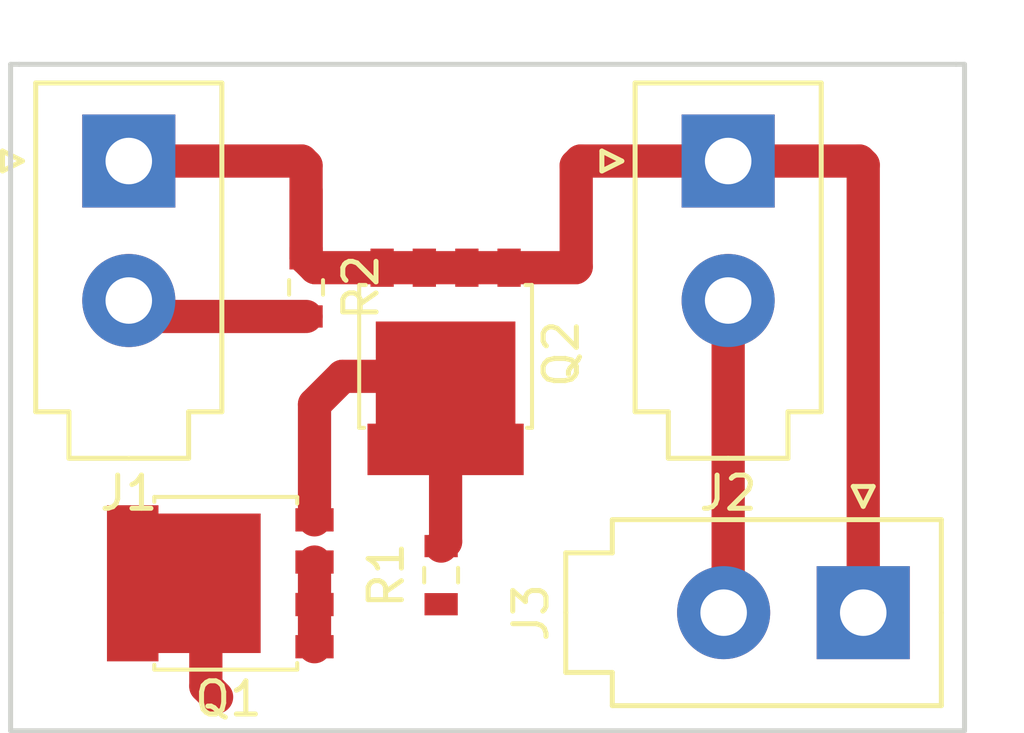
<source format=kicad_pcb>
(kicad_pcb (version 4) (host pcbnew 4.0.7-e2-6376~58~ubuntu16.04.1)

  (general
    (links 44)
    (no_connects 2)
    (area 114.478999 74.092999 143.331001 94.309001)
    (thickness 1.6)
    (drawings 6)
    (tracks 35)
    (zones 0)
    (modules 7)
    (nets 5)
  )

  (page A4)
  (layers
    (0 F.Cu signal)
    (31 B.Cu signal)
    (32 B.Adhes user)
    (33 F.Adhes user)
    (34 B.Paste user)
    (35 F.Paste user)
    (36 B.SilkS user)
    (37 F.SilkS user)
    (38 B.Mask user)
    (39 F.Mask user)
    (40 Dwgs.User user)
    (41 Cmts.User user)
    (42 Eco1.User user)
    (43 Eco2.User user)
    (44 Edge.Cuts user)
    (45 Margin user)
    (46 B.CrtYd user)
    (47 F.CrtYd user)
    (48 B.Fab user)
    (49 F.Fab user)
  )

  (setup
    (last_trace_width 1)
    (trace_clearance 0.25)
    (zone_clearance 0.508)
    (zone_45_only no)
    (trace_min 0.2)
    (segment_width 0.2)
    (edge_width 0.15)
    (via_size 0.6)
    (via_drill 0.4)
    (via_min_size 0.4)
    (via_min_drill 0.3)
    (uvia_size 0.3)
    (uvia_drill 0.1)
    (uvias_allowed no)
    (uvia_min_size 0.2)
    (uvia_min_drill 0.1)
    (pcb_text_width 0.3)
    (pcb_text_size 1.5 1.5)
    (mod_edge_width 0.15)
    (mod_text_size 1 1)
    (mod_text_width 0.15)
    (pad_size 1.524 1.524)
    (pad_drill 0.762)
    (pad_to_mask_clearance 0.2)
    (aux_axis_origin 0 0)
    (visible_elements FFFFEF7F)
    (pcbplotparams
      (layerselection 0x01000_00000001)
      (usegerberextensions false)
      (excludeedgelayer true)
      (linewidth 0.100000)
      (plotframeref false)
      (viasonmask false)
      (mode 1)
      (useauxorigin false)
      (hpglpennumber 1)
      (hpglpenspeed 20)
      (hpglpendiameter 15)
      (hpglpenoverlay 2)
      (psnegative false)
      (psa4output false)
      (plotreference true)
      (plotvalue true)
      (plotinvisibletext false)
      (padsonsilk false)
      (subtractmaskfromsilk false)
      (outputformat 1)
      (mirror false)
      (drillshape 0)
      (scaleselection 1)
      (outputdirectory Gerber/))
  )

  (net 0 "")
  (net 1 GND)
  (net 2 "Net-(J1-Pad2)")
  (net 3 "Net-(J2-Pad2)")
  (net 4 "Net-(Q1-Pad4)")

  (net_class Default "This is the default net class."
    (clearance 0.25)
    (trace_width 1)
    (via_dia 0.6)
    (via_drill 0.4)
    (uvia_dia 0.3)
    (uvia_drill 0.1)
    (add_net GND)
    (add_net "Net-(J1-Pad2)")
    (add_net "Net-(J2-Pad2)")
    (add_net "Net-(Q1-Pad4)")
  )

  (module correct_molex:Molex_MiniFit-JR-5556-02A_2x01x4.20mm_Straight (layer F.Cu) (tedit 589BA64B) (tstamp 5A4E54DB)
    (at 118.11 77.08)
    (descr "Molex Mini-Fit JR, PN:5556-02A, dual row, top entry type, through hole")
    (tags "connector molex mini-fit 5556")
    (path /5A4E4F3F)
    (fp_text reference J1 (at 0 10) (layer F.SilkS)
      (effects (font (size 1 1) (thickness 0.15)))
    )
    (fp_text value Batt_in (at 0 -4) (layer F.Fab)
      (effects (font (size 1 1) (thickness 0.15)))
    )
    (fp_line (start -2.7 -2.25) (end -2.7 7.45) (layer F.Fab) (width 0.05))
    (fp_line (start -2.7 7.45) (end 2.7 7.45) (layer F.Fab) (width 0.05))
    (fp_line (start 2.7 7.45) (end 2.7 -2.25) (layer F.Fab) (width 0.05))
    (fp_line (start 2.7 -2.25) (end -2.7 -2.25) (layer F.Fab) (width 0.05))
    (fp_line (start -1.7 7.45) (end -1.7 8.85) (layer F.Fab) (width 0.05))
    (fp_line (start -1.7 8.85) (end 1.7 8.85) (layer F.Fab) (width 0.05))
    (fp_line (start 1.7 8.85) (end 1.7 7.45) (layer F.Fab) (width 0.05))
    (fp_line (start -1.75 -1.75) (end -1.75 1.75) (layer F.Fab) (width 0.05))
    (fp_line (start -1.75 1.75) (end 1.75 1.75) (layer F.Fab) (width 0.05))
    (fp_line (start 1.75 1.75) (end 1.75 -1.75) (layer F.Fab) (width 0.05))
    (fp_line (start 1.75 -1.75) (end -1.75 -1.75) (layer F.Fab) (width 0.05))
    (fp_line (start -1.75 5.95) (end -1.75 3.325) (layer F.Fab) (width 0.05))
    (fp_line (start -1.75 3.325) (end -0.875 2.45) (layer F.Fab) (width 0.05))
    (fp_line (start -0.875 2.45) (end 0.875 2.45) (layer F.Fab) (width 0.05))
    (fp_line (start 0.875 2.45) (end 1.75 3.325) (layer F.Fab) (width 0.05))
    (fp_line (start 1.75 3.325) (end 1.75 5.95) (layer F.Fab) (width 0.05))
    (fp_line (start 1.75 5.95) (end -1.75 5.95) (layer F.Fab) (width 0.05))
    (fp_line (start 0 -2.35) (end -2.8 -2.35) (layer F.SilkS) (width 0.15))
    (fp_line (start -2.8 -2.35) (end -2.8 7.55) (layer F.SilkS) (width 0.15))
    (fp_line (start -2.8 7.55) (end -1.8 7.55) (layer F.SilkS) (width 0.15))
    (fp_line (start -1.8 7.55) (end -1.8 8.95) (layer F.SilkS) (width 0.15))
    (fp_line (start -1.8 8.95) (end 0 8.95) (layer F.SilkS) (width 0.15))
    (fp_line (start 0 -2.35) (end 2.8 -2.35) (layer F.SilkS) (width 0.15))
    (fp_line (start 2.8 -2.35) (end 2.8 7.55) (layer F.SilkS) (width 0.15))
    (fp_line (start 2.8 7.55) (end 1.8 7.55) (layer F.SilkS) (width 0.15))
    (fp_line (start 1.8 7.55) (end 1.8 8.95) (layer F.SilkS) (width 0.15))
    (fp_line (start 1.8 8.95) (end 0 8.95) (layer F.SilkS) (width 0.15))
    (fp_line (start -3.2 0) (end -3.8 0.3) (layer F.SilkS) (width 0.15))
    (fp_line (start -3.8 0.3) (end -3.8 -0.3) (layer F.SilkS) (width 0.15))
    (fp_line (start -3.8 -0.3) (end -3.2 0) (layer F.SilkS) (width 0.15))
    (fp_line (start -3.2 -2.75) (end -3.2 9.3) (layer F.CrtYd) (width 0.05))
    (fp_line (start -3.2 9.3) (end 3.2 9.3) (layer F.CrtYd) (width 0.05))
    (fp_line (start 3.2 9.3) (end 3.2 -2.75) (layer F.CrtYd) (width 0.05))
    (fp_line (start 3.2 -2.75) (end -3.2 -2.75) (layer F.CrtYd) (width 0.05))
    (pad 1 thru_hole rect (at 0 0) (size 2.8 2.8) (drill 1.4) (layers *.Cu *.Mask)
      (net 1 GND))
    (pad 2 thru_hole circle (at 0 4.2) (size 2.8 2.8) (drill 1.4) (layers *.Cu *.Mask)
      (net 2 "Net-(J1-Pad2)"))
    (model C:/Users/BB/Documents/GrabCAD/SUPERBall/SuperBall_V2/Electronics/KiCAD_models/minifit_jr_vert_2.wrl
      (at (xyz 0 0 0))
      (scale (xyz 0.4 0.4 0.4))
      (rotate (xyz 0 0 0))
    )
  )

  (module correct_molex:Molex_MiniFit-JR-5556-02A_2x01x4.20mm_Straight (layer F.Cu) (tedit 589BA64B) (tstamp 5A4E5503)
    (at 136.144 77.08)
    (descr "Molex Mini-Fit JR, PN:5556-02A, dual row, top entry type, through hole")
    (tags "connector molex mini-fit 5556")
    (path /5A4E505B)
    (fp_text reference J2 (at 0 10) (layer F.SilkS)
      (effects (font (size 1 1) (thickness 0.15)))
    )
    (fp_text value Ext_in (at 0 -4) (layer F.Fab)
      (effects (font (size 1 1) (thickness 0.15)))
    )
    (fp_line (start -2.7 -2.25) (end -2.7 7.45) (layer F.Fab) (width 0.05))
    (fp_line (start -2.7 7.45) (end 2.7 7.45) (layer F.Fab) (width 0.05))
    (fp_line (start 2.7 7.45) (end 2.7 -2.25) (layer F.Fab) (width 0.05))
    (fp_line (start 2.7 -2.25) (end -2.7 -2.25) (layer F.Fab) (width 0.05))
    (fp_line (start -1.7 7.45) (end -1.7 8.85) (layer F.Fab) (width 0.05))
    (fp_line (start -1.7 8.85) (end 1.7 8.85) (layer F.Fab) (width 0.05))
    (fp_line (start 1.7 8.85) (end 1.7 7.45) (layer F.Fab) (width 0.05))
    (fp_line (start -1.75 -1.75) (end -1.75 1.75) (layer F.Fab) (width 0.05))
    (fp_line (start -1.75 1.75) (end 1.75 1.75) (layer F.Fab) (width 0.05))
    (fp_line (start 1.75 1.75) (end 1.75 -1.75) (layer F.Fab) (width 0.05))
    (fp_line (start 1.75 -1.75) (end -1.75 -1.75) (layer F.Fab) (width 0.05))
    (fp_line (start -1.75 5.95) (end -1.75 3.325) (layer F.Fab) (width 0.05))
    (fp_line (start -1.75 3.325) (end -0.875 2.45) (layer F.Fab) (width 0.05))
    (fp_line (start -0.875 2.45) (end 0.875 2.45) (layer F.Fab) (width 0.05))
    (fp_line (start 0.875 2.45) (end 1.75 3.325) (layer F.Fab) (width 0.05))
    (fp_line (start 1.75 3.325) (end 1.75 5.95) (layer F.Fab) (width 0.05))
    (fp_line (start 1.75 5.95) (end -1.75 5.95) (layer F.Fab) (width 0.05))
    (fp_line (start 0 -2.35) (end -2.8 -2.35) (layer F.SilkS) (width 0.15))
    (fp_line (start -2.8 -2.35) (end -2.8 7.55) (layer F.SilkS) (width 0.15))
    (fp_line (start -2.8 7.55) (end -1.8 7.55) (layer F.SilkS) (width 0.15))
    (fp_line (start -1.8 7.55) (end -1.8 8.95) (layer F.SilkS) (width 0.15))
    (fp_line (start -1.8 8.95) (end 0 8.95) (layer F.SilkS) (width 0.15))
    (fp_line (start 0 -2.35) (end 2.8 -2.35) (layer F.SilkS) (width 0.15))
    (fp_line (start 2.8 -2.35) (end 2.8 7.55) (layer F.SilkS) (width 0.15))
    (fp_line (start 2.8 7.55) (end 1.8 7.55) (layer F.SilkS) (width 0.15))
    (fp_line (start 1.8 7.55) (end 1.8 8.95) (layer F.SilkS) (width 0.15))
    (fp_line (start 1.8 8.95) (end 0 8.95) (layer F.SilkS) (width 0.15))
    (fp_line (start -3.2 0) (end -3.8 0.3) (layer F.SilkS) (width 0.15))
    (fp_line (start -3.8 0.3) (end -3.8 -0.3) (layer F.SilkS) (width 0.15))
    (fp_line (start -3.8 -0.3) (end -3.2 0) (layer F.SilkS) (width 0.15))
    (fp_line (start -3.2 -2.75) (end -3.2 9.3) (layer F.CrtYd) (width 0.05))
    (fp_line (start -3.2 9.3) (end 3.2 9.3) (layer F.CrtYd) (width 0.05))
    (fp_line (start 3.2 9.3) (end 3.2 -2.75) (layer F.CrtYd) (width 0.05))
    (fp_line (start 3.2 -2.75) (end -3.2 -2.75) (layer F.CrtYd) (width 0.05))
    (pad 1 thru_hole rect (at 0 0) (size 2.8 2.8) (drill 1.4) (layers *.Cu *.Mask)
      (net 1 GND))
    (pad 2 thru_hole circle (at 0 4.2) (size 2.8 2.8) (drill 1.4) (layers *.Cu *.Mask)
      (net 3 "Net-(J2-Pad2)"))
    (model C:/Users/BB/Documents/GrabCAD/SUPERBall/SuperBall_V2/Electronics/KiCAD_models/minifit_jr_vert_2.wrl
      (at (xyz 0 0 0))
      (scale (xyz 0.4 0.4 0.4))
      (rotate (xyz 0 0 0))
    )
  )

  (module correct_molex:Molex_MiniFit-JR-5556-02A_2x01x4.20mm_Straight (layer F.Cu) (tedit 589BA64B) (tstamp 5A4E552B)
    (at 140.208 90.678 270)
    (descr "Molex Mini-Fit JR, PN:5556-02A, dual row, top entry type, through hole")
    (tags "connector molex mini-fit 5556")
    (path /5A4E515B)
    (fp_text reference J3 (at 0 10 270) (layer F.SilkS)
      (effects (font (size 1 1) (thickness 0.15)))
    )
    (fp_text value Out (at 0 -4 270) (layer F.Fab)
      (effects (font (size 1 1) (thickness 0.15)))
    )
    (fp_line (start -2.7 -2.25) (end -2.7 7.45) (layer F.Fab) (width 0.05))
    (fp_line (start -2.7 7.45) (end 2.7 7.45) (layer F.Fab) (width 0.05))
    (fp_line (start 2.7 7.45) (end 2.7 -2.25) (layer F.Fab) (width 0.05))
    (fp_line (start 2.7 -2.25) (end -2.7 -2.25) (layer F.Fab) (width 0.05))
    (fp_line (start -1.7 7.45) (end -1.7 8.85) (layer F.Fab) (width 0.05))
    (fp_line (start -1.7 8.85) (end 1.7 8.85) (layer F.Fab) (width 0.05))
    (fp_line (start 1.7 8.85) (end 1.7 7.45) (layer F.Fab) (width 0.05))
    (fp_line (start -1.75 -1.75) (end -1.75 1.75) (layer F.Fab) (width 0.05))
    (fp_line (start -1.75 1.75) (end 1.75 1.75) (layer F.Fab) (width 0.05))
    (fp_line (start 1.75 1.75) (end 1.75 -1.75) (layer F.Fab) (width 0.05))
    (fp_line (start 1.75 -1.75) (end -1.75 -1.75) (layer F.Fab) (width 0.05))
    (fp_line (start -1.75 5.95) (end -1.75 3.325) (layer F.Fab) (width 0.05))
    (fp_line (start -1.75 3.325) (end -0.875 2.45) (layer F.Fab) (width 0.05))
    (fp_line (start -0.875 2.45) (end 0.875 2.45) (layer F.Fab) (width 0.05))
    (fp_line (start 0.875 2.45) (end 1.75 3.325) (layer F.Fab) (width 0.05))
    (fp_line (start 1.75 3.325) (end 1.75 5.95) (layer F.Fab) (width 0.05))
    (fp_line (start 1.75 5.95) (end -1.75 5.95) (layer F.Fab) (width 0.05))
    (fp_line (start 0 -2.35) (end -2.8 -2.35) (layer F.SilkS) (width 0.15))
    (fp_line (start -2.8 -2.35) (end -2.8 7.55) (layer F.SilkS) (width 0.15))
    (fp_line (start -2.8 7.55) (end -1.8 7.55) (layer F.SilkS) (width 0.15))
    (fp_line (start -1.8 7.55) (end -1.8 8.95) (layer F.SilkS) (width 0.15))
    (fp_line (start -1.8 8.95) (end 0 8.95) (layer F.SilkS) (width 0.15))
    (fp_line (start 0 -2.35) (end 2.8 -2.35) (layer F.SilkS) (width 0.15))
    (fp_line (start 2.8 -2.35) (end 2.8 7.55) (layer F.SilkS) (width 0.15))
    (fp_line (start 2.8 7.55) (end 1.8 7.55) (layer F.SilkS) (width 0.15))
    (fp_line (start 1.8 7.55) (end 1.8 8.95) (layer F.SilkS) (width 0.15))
    (fp_line (start 1.8 8.95) (end 0 8.95) (layer F.SilkS) (width 0.15))
    (fp_line (start -3.2 0) (end -3.8 0.3) (layer F.SilkS) (width 0.15))
    (fp_line (start -3.8 0.3) (end -3.8 -0.3) (layer F.SilkS) (width 0.15))
    (fp_line (start -3.8 -0.3) (end -3.2 0) (layer F.SilkS) (width 0.15))
    (fp_line (start -3.2 -2.75) (end -3.2 9.3) (layer F.CrtYd) (width 0.05))
    (fp_line (start -3.2 9.3) (end 3.2 9.3) (layer F.CrtYd) (width 0.05))
    (fp_line (start 3.2 9.3) (end 3.2 -2.75) (layer F.CrtYd) (width 0.05))
    (fp_line (start 3.2 -2.75) (end -3.2 -2.75) (layer F.CrtYd) (width 0.05))
    (pad 1 thru_hole rect (at 0 0 270) (size 2.8 2.8) (drill 1.4) (layers *.Cu *.Mask)
      (net 1 GND))
    (pad 2 thru_hole circle (at 0 4.2 270) (size 2.8 2.8) (drill 1.4) (layers *.Cu *.Mask)
      (net 3 "Net-(J2-Pad2)"))
    (model C:/Users/BB/Documents/GrabCAD/SUPERBall/SuperBall_V2/Electronics/KiCAD_models/minifit_jr_vert_2.wrl
      (at (xyz 0 0 0))
      (scale (xyz 0.4 0.4 0.4))
      (rotate (xyz 0 0 0))
    )
  )

  (module Package_TO_SOT_SMD:SOT-669_LFPAK (layer F.Cu) (tedit 5A02FF57) (tstamp 5A4E5560)
    (at 120.863 89.794 180)
    (descr "LFPAK www.nxp.com/documents/leaflet/939775016838_LR.pdf")
    (tags "LFPAK SOT-669 Power-SO8")
    (path /5A4E4CC2)
    (solder_mask_margin 0.07)
    (solder_paste_margin -0.05)
    (attr smd)
    (fp_text reference Q1 (at -0.245 -3.48 180) (layer F.SilkS)
      (effects (font (size 1 1) (thickness 0.15)))
    )
    (fp_text value RQ3E120ATTB (at -0.245 3.52 180) (layer F.Fab)
      (effects (font (size 1 1) (thickness 0.15)))
    )
    (fp_text user %R (at 0 0 270) (layer F.Fab)
      (effects (font (size 1 1) (thickness 0.15)))
    )
    (fp_line (start -2.315 2.4) (end -2.315 2.6) (layer F.SilkS) (width 0.12))
    (fp_line (start -2.315 2.6) (end 1.985 2.6) (layer F.SilkS) (width 0.12))
    (fp_line (start 1.985 2.6) (end 1.985 2.45) (layer F.SilkS) (width 0.12))
    (fp_line (start 1.985 -2.45) (end 1.985 -2.6) (layer F.SilkS) (width 0.12))
    (fp_line (start 1.985 -2.6) (end -2.315 -2.6) (layer F.SilkS) (width 0.12))
    (fp_line (start -2.315 -2.6) (end -2.315 -2.4) (layer F.SilkS) (width 0.12))
    (fp_line (start -2.215 1.7) (end -3.215 1.7) (layer F.Fab) (width 0.1))
    (fp_line (start -3.215 1.7) (end -3.215 2.15) (layer F.Fab) (width 0.1))
    (fp_line (start -3.215 2.15) (end -2.215 2.15) (layer F.Fab) (width 0.1))
    (fp_line (start -2.215 0.4) (end -3.215 0.4) (layer F.Fab) (width 0.1))
    (fp_line (start -3.215 0.4) (end -3.215 0.85) (layer F.Fab) (width 0.1))
    (fp_line (start -3.215 0.85) (end -2.215 0.85) (layer F.Fab) (width 0.1))
    (fp_line (start -2.215 -0.85) (end -3.215 -0.85) (layer F.Fab) (width 0.1))
    (fp_line (start -3.215 -0.85) (end -3.215 -0.4) (layer F.Fab) (width 0.1))
    (fp_line (start -3.215 -0.4) (end -2.215 -0.4) (layer F.Fab) (width 0.1))
    (fp_line (start -3.215 -2.15) (end -3.215 -1.65) (layer F.Fab) (width 0.1))
    (fp_line (start -3.215 -2.15) (end -2.215 -2.15) (layer F.Fab) (width 0.1))
    (fp_line (start -3.215 -1.65) (end -2.215 -1.65) (layer F.Fab) (width 0.1))
    (fp_line (start 3.185 -2.2) (end 3.185 2.2) (layer F.Fab) (width 0.1))
    (fp_line (start 3.185 2.2) (end 1.885 2.2) (layer F.Fab) (width 0.1))
    (fp_line (start 3.185 -2.2) (end 1.885 -2.2) (layer F.Fab) (width 0.1))
    (fp_line (start 1.885 -2.5) (end -2.215 -2.5) (layer F.Fab) (width 0.1))
    (fp_line (start -2.215 -2.5) (end -2.215 2.5) (layer F.Fab) (width 0.1))
    (fp_line (start -2.215 2.5) (end 1.885 2.5) (layer F.Fab) (width 0.1))
    (fp_line (start 1.885 2.5) (end 1.885 -2.5) (layer F.Fab) (width 0.1))
    (fp_line (start 3.67 -2.75) (end 3.67 2.75) (layer F.CrtYd) (width 0.05))
    (fp_line (start 3.67 -2.75) (end -3.67 -2.75) (layer F.CrtYd) (width 0.05))
    (fp_line (start -3.67 2.75) (end 3.67 2.75) (layer F.CrtYd) (width 0.05))
    (fp_line (start -3.67 2.75) (end -3.67 -2.75) (layer F.CrtYd) (width 0.05))
    (pad 5 smd rect (at 0.185 -1.15 180) (size 0.6 0.9) (layers F.Cu F.Paste F.Mask)
      (net 3 "Net-(J2-Pad2)"))
    (pad 5 smd rect (at -0.665 -1.15 180) (size 0.6 0.9) (layers F.Cu F.Paste F.Mask)
      (net 3 "Net-(J2-Pad2)"))
    (pad 5 smd rect (at 1.035 -1.15 180) (size 0.6 0.9) (layers F.Cu F.Paste F.Mask)
      (net 3 "Net-(J2-Pad2)"))
    (pad 5 smd rect (at 0.185 1.15 180) (size 0.6 0.9) (layers F.Cu F.Paste F.Mask)
      (net 3 "Net-(J2-Pad2)"))
    (pad 5 smd rect (at -0.665 1.15 180) (size 0.6 0.9) (layers F.Cu F.Paste F.Mask)
      (net 3 "Net-(J2-Pad2)"))
    (pad 5 smd rect (at 1.035 1.15 180) (size 0.6 0.9) (layers F.Cu F.Paste F.Mask)
      (net 3 "Net-(J2-Pad2)"))
    (pad 5 smd rect (at 1.035 0 180) (size 0.6 0.9) (layers F.Cu F.Paste F.Mask)
      (net 3 "Net-(J2-Pad2)"))
    (pad 5 smd rect (at -0.665 0 180) (size 0.6 0.9) (layers F.Cu F.Paste F.Mask)
      (net 3 "Net-(J2-Pad2)"))
    (pad 5 smd rect (at 2.885 -1.88 90) (size 0.6 0.9) (layers F.Cu F.Paste F.Mask)
      (net 3 "Net-(J2-Pad2)"))
    (pad 5 smd rect (at 2.885 1.88 90) (size 0.6 0.9) (layers F.Cu F.Paste F.Mask)
      (net 3 "Net-(J2-Pad2)"))
    (pad 5 smd rect (at 2.885 -0.6 90) (size 0.6 0.9) (layers F.Cu F.Paste F.Mask)
      (net 3 "Net-(J2-Pad2)"))
    (pad 2 smd rect (at -2.835 -0.64 90) (size 0.7 1.15) (layers F.Cu F.Paste F.Mask)
      (net 2 "Net-(J1-Pad2)") (solder_mask_margin 0.07) (solder_paste_margin -0.05))
    (pad 1 smd rect (at -2.835 -1.91 90) (size 0.7 1.15) (layers F.Cu F.Paste F.Mask)
      (net 2 "Net-(J1-Pad2)") (solder_mask_margin 0.07) (solder_paste_margin -0.05))
    (pad 3 smd rect (at -2.835 0.64 90) (size 0.7 1.15) (layers F.Cu F.Paste F.Mask)
      (net 2 "Net-(J1-Pad2)") (solder_mask_margin 0.07) (solder_paste_margin -0.05))
    (pad 5 smd rect (at 2.635 0 90) (size 4.7 1.55) (layers F.Cu F.Paste F.Mask)
      (net 3 "Net-(J2-Pad2)") (solder_mask_margin 0.07))
    (pad 5 smd rect (at 0.435 0 90) (size 4.2 3.3) (layers F.Cu F.Paste F.Mask)
      (net 3 "Net-(J2-Pad2)") (solder_mask_margin 0.07))
    (pad 4 smd rect (at -2.835 1.91 90) (size 0.7 1.15) (layers F.Cu F.Paste F.Mask)
      (net 4 "Net-(Q1-Pad4)") (solder_mask_margin 0.07) (solder_paste_margin -0.05))
    (pad 5 smd rect (at 2.885 0.6 90) (size 0.6 0.9) (layers F.Cu F.Paste F.Mask)
      (net 3 "Net-(J2-Pad2)"))
    (pad 5 smd rect (at 0.185 0 180) (size 0.6 0.9) (layers F.Cu F.Paste F.Mask)
      (net 3 "Net-(J2-Pad2)"))
    (model ${KISYS3DMOD}/Package_TO_SOT_SMD.3dshapes/SOT-669_LFPAK.wrl
      (at (xyz 0 0 0))
      (scale (xyz 1 1 1))
      (rotate (xyz 0 0 0))
    )
  )

  (module Package_TO_SOT_SMD:SOT-669_LFPAK (layer F.Cu) (tedit 5A02FF57) (tstamp 5A4E5595)
    (at 127.642 83.127 270)
    (descr "LFPAK www.nxp.com/documents/leaflet/939775016838_LR.pdf")
    (tags "LFPAK SOT-669 Power-SO8")
    (path /5A4E4C2F)
    (solder_mask_margin 0.07)
    (solder_paste_margin -0.05)
    (attr smd)
    (fp_text reference Q2 (at -0.245 -3.48 270) (layer F.SilkS)
      (effects (font (size 1 1) (thickness 0.15)))
    )
    (fp_text value PSMN013-80YS (at -0.245 3.52 270) (layer F.Fab)
      (effects (font (size 1 1) (thickness 0.15)))
    )
    (fp_text user %R (at 0 0 360) (layer F.Fab)
      (effects (font (size 1 1) (thickness 0.15)))
    )
    (fp_line (start -2.315 2.4) (end -2.315 2.6) (layer F.SilkS) (width 0.12))
    (fp_line (start -2.315 2.6) (end 1.985 2.6) (layer F.SilkS) (width 0.12))
    (fp_line (start 1.985 2.6) (end 1.985 2.45) (layer F.SilkS) (width 0.12))
    (fp_line (start 1.985 -2.45) (end 1.985 -2.6) (layer F.SilkS) (width 0.12))
    (fp_line (start 1.985 -2.6) (end -2.315 -2.6) (layer F.SilkS) (width 0.12))
    (fp_line (start -2.315 -2.6) (end -2.315 -2.4) (layer F.SilkS) (width 0.12))
    (fp_line (start -2.215 1.7) (end -3.215 1.7) (layer F.Fab) (width 0.1))
    (fp_line (start -3.215 1.7) (end -3.215 2.15) (layer F.Fab) (width 0.1))
    (fp_line (start -3.215 2.15) (end -2.215 2.15) (layer F.Fab) (width 0.1))
    (fp_line (start -2.215 0.4) (end -3.215 0.4) (layer F.Fab) (width 0.1))
    (fp_line (start -3.215 0.4) (end -3.215 0.85) (layer F.Fab) (width 0.1))
    (fp_line (start -3.215 0.85) (end -2.215 0.85) (layer F.Fab) (width 0.1))
    (fp_line (start -2.215 -0.85) (end -3.215 -0.85) (layer F.Fab) (width 0.1))
    (fp_line (start -3.215 -0.85) (end -3.215 -0.4) (layer F.Fab) (width 0.1))
    (fp_line (start -3.215 -0.4) (end -2.215 -0.4) (layer F.Fab) (width 0.1))
    (fp_line (start -3.215 -2.15) (end -3.215 -1.65) (layer F.Fab) (width 0.1))
    (fp_line (start -3.215 -2.15) (end -2.215 -2.15) (layer F.Fab) (width 0.1))
    (fp_line (start -3.215 -1.65) (end -2.215 -1.65) (layer F.Fab) (width 0.1))
    (fp_line (start 3.185 -2.2) (end 3.185 2.2) (layer F.Fab) (width 0.1))
    (fp_line (start 3.185 2.2) (end 1.885 2.2) (layer F.Fab) (width 0.1))
    (fp_line (start 3.185 -2.2) (end 1.885 -2.2) (layer F.Fab) (width 0.1))
    (fp_line (start 1.885 -2.5) (end -2.215 -2.5) (layer F.Fab) (width 0.1))
    (fp_line (start -2.215 -2.5) (end -2.215 2.5) (layer F.Fab) (width 0.1))
    (fp_line (start -2.215 2.5) (end 1.885 2.5) (layer F.Fab) (width 0.1))
    (fp_line (start 1.885 2.5) (end 1.885 -2.5) (layer F.Fab) (width 0.1))
    (fp_line (start 3.67 -2.75) (end 3.67 2.75) (layer F.CrtYd) (width 0.05))
    (fp_line (start 3.67 -2.75) (end -3.67 -2.75) (layer F.CrtYd) (width 0.05))
    (fp_line (start -3.67 2.75) (end 3.67 2.75) (layer F.CrtYd) (width 0.05))
    (fp_line (start -3.67 2.75) (end -3.67 -2.75) (layer F.CrtYd) (width 0.05))
    (pad 5 smd rect (at 0.185 -1.15 270) (size 0.6 0.9) (layers F.Cu F.Paste F.Mask)
      (net 4 "Net-(Q1-Pad4)"))
    (pad 5 smd rect (at -0.665 -1.15 270) (size 0.6 0.9) (layers F.Cu F.Paste F.Mask)
      (net 4 "Net-(Q1-Pad4)"))
    (pad 5 smd rect (at 1.035 -1.15 270) (size 0.6 0.9) (layers F.Cu F.Paste F.Mask)
      (net 4 "Net-(Q1-Pad4)"))
    (pad 5 smd rect (at 0.185 1.15 270) (size 0.6 0.9) (layers F.Cu F.Paste F.Mask)
      (net 4 "Net-(Q1-Pad4)"))
    (pad 5 smd rect (at -0.665 1.15 270) (size 0.6 0.9) (layers F.Cu F.Paste F.Mask)
      (net 4 "Net-(Q1-Pad4)"))
    (pad 5 smd rect (at 1.035 1.15 270) (size 0.6 0.9) (layers F.Cu F.Paste F.Mask)
      (net 4 "Net-(Q1-Pad4)"))
    (pad 5 smd rect (at 1.035 0 270) (size 0.6 0.9) (layers F.Cu F.Paste F.Mask)
      (net 4 "Net-(Q1-Pad4)"))
    (pad 5 smd rect (at -0.665 0 270) (size 0.6 0.9) (layers F.Cu F.Paste F.Mask)
      (net 4 "Net-(Q1-Pad4)"))
    (pad 5 smd rect (at 2.885 -1.88 180) (size 0.6 0.9) (layers F.Cu F.Paste F.Mask)
      (net 4 "Net-(Q1-Pad4)"))
    (pad 5 smd rect (at 2.885 1.88 180) (size 0.6 0.9) (layers F.Cu F.Paste F.Mask)
      (net 4 "Net-(Q1-Pad4)"))
    (pad 5 smd rect (at 2.885 -0.6 180) (size 0.6 0.9) (layers F.Cu F.Paste F.Mask)
      (net 4 "Net-(Q1-Pad4)"))
    (pad 2 smd rect (at -2.835 -0.64 180) (size 0.7 1.15) (layers F.Cu F.Paste F.Mask)
      (net 1 GND) (solder_mask_margin 0.07) (solder_paste_margin -0.05))
    (pad 1 smd rect (at -2.835 -1.91 180) (size 0.7 1.15) (layers F.Cu F.Paste F.Mask)
      (net 1 GND) (solder_mask_margin 0.07) (solder_paste_margin -0.05))
    (pad 3 smd rect (at -2.835 0.64 180) (size 0.7 1.15) (layers F.Cu F.Paste F.Mask)
      (net 1 GND) (solder_mask_margin 0.07) (solder_paste_margin -0.05))
    (pad 5 smd rect (at 2.635 0 180) (size 4.7 1.55) (layers F.Cu F.Paste F.Mask)
      (net 4 "Net-(Q1-Pad4)") (solder_mask_margin 0.07))
    (pad 5 smd rect (at 0.435 0 180) (size 4.2 3.3) (layers F.Cu F.Paste F.Mask)
      (net 4 "Net-(Q1-Pad4)") (solder_mask_margin 0.07))
    (pad 4 smd rect (at -2.835 1.91 180) (size 0.7 1.15) (layers F.Cu F.Paste F.Mask)
      (net 1 GND) (solder_mask_margin 0.07) (solder_paste_margin -0.05))
    (pad 5 smd rect (at 2.885 0.6 180) (size 0.6 0.9) (layers F.Cu F.Paste F.Mask)
      (net 4 "Net-(Q1-Pad4)"))
    (pad 5 smd rect (at 0.185 0 270) (size 0.6 0.9) (layers F.Cu F.Paste F.Mask)
      (net 4 "Net-(Q1-Pad4)"))
    (model ${KISYS3DMOD}/Package_TO_SOT_SMD.3dshapes/SOT-669_LFPAK.wrl
      (at (xyz 0 0 0))
      (scale (xyz 1 1 1))
      (rotate (xyz 0 0 0))
    )
  )

  (module Resistor_SMD:R_0603_1608Metric (layer F.Cu) (tedit 59FE48B8) (tstamp 5A4E55A6)
    (at 127.508 89.549 90)
    (descr "Resistor SMD 0603 (1608 Metric), square (rectangular) end terminal, IPC_7351 nominal, (Body size source: http://www.tortai-tech.com/upload/download/2011102023233369053.pdf), generated with kicad-footprint-generator")
    (tags resistor)
    (path /5A4E4E4F)
    (attr smd)
    (fp_text reference R1 (at 0 -1.65 90) (layer F.SilkS)
      (effects (font (size 1 1) (thickness 0.15)))
    )
    (fp_text value 100k (at 0 1.65 90) (layer F.Fab)
      (effects (font (size 1 1) (thickness 0.15)))
    )
    (fp_line (start -0.8 0.4) (end -0.8 -0.4) (layer F.Fab) (width 0.1))
    (fp_line (start -0.8 -0.4) (end 0.8 -0.4) (layer F.Fab) (width 0.1))
    (fp_line (start 0.8 -0.4) (end 0.8 0.4) (layer F.Fab) (width 0.1))
    (fp_line (start 0.8 0.4) (end -0.8 0.4) (layer F.Fab) (width 0.1))
    (fp_line (start -0.22 -0.51) (end 0.22 -0.51) (layer F.SilkS) (width 0.12))
    (fp_line (start -0.22 0.51) (end 0.22 0.51) (layer F.SilkS) (width 0.12))
    (fp_line (start -1.46 0.75) (end -1.46 -0.75) (layer F.CrtYd) (width 0.05))
    (fp_line (start -1.46 -0.75) (end 1.46 -0.75) (layer F.CrtYd) (width 0.05))
    (fp_line (start 1.46 -0.75) (end 1.46 0.75) (layer F.CrtYd) (width 0.05))
    (fp_line (start 1.46 0.75) (end -1.46 0.75) (layer F.CrtYd) (width 0.05))
    (fp_text user %R (at 0 0 90) (layer F.Fab)
      (effects (font (size 0.5 0.5) (thickness 0.08)))
    )
    (pad 1 smd rect (at -0.875 0 90) (size 0.67 1) (layers F.Cu F.Paste F.Mask)
      (net 3 "Net-(J2-Pad2)"))
    (pad 2 smd rect (at 0.875 0 90) (size 0.67 1) (layers F.Cu F.Paste F.Mask)
      (net 4 "Net-(Q1-Pad4)"))
    (model ${KISYS3DMOD}/Resistor_SMD.3dshapes/R_0603_1608Metric.wrl
      (at (xyz 0 0 0))
      (scale (xyz 1 1 1))
      (rotate (xyz 0 0 0))
    )
  )

  (module Resistor_SMD:R_0603_1608Metric (layer F.Cu) (tedit 59FE48B8) (tstamp 5A4E55B7)
    (at 123.444 80.885 270)
    (descr "Resistor SMD 0603 (1608 Metric), square (rectangular) end terminal, IPC_7351 nominal, (Body size source: http://www.tortai-tech.com/upload/download/2011102023233369053.pdf), generated with kicad-footprint-generator")
    (tags resistor)
    (path /5A4E4EA9)
    (attr smd)
    (fp_text reference R2 (at 0 -1.65 270) (layer F.SilkS)
      (effects (font (size 1 1) (thickness 0.15)))
    )
    (fp_text value 200k (at 0 1.65 270) (layer F.Fab)
      (effects (font (size 1 1) (thickness 0.15)))
    )
    (fp_line (start -0.8 0.4) (end -0.8 -0.4) (layer F.Fab) (width 0.1))
    (fp_line (start -0.8 -0.4) (end 0.8 -0.4) (layer F.Fab) (width 0.1))
    (fp_line (start 0.8 -0.4) (end 0.8 0.4) (layer F.Fab) (width 0.1))
    (fp_line (start 0.8 0.4) (end -0.8 0.4) (layer F.Fab) (width 0.1))
    (fp_line (start -0.22 -0.51) (end 0.22 -0.51) (layer F.SilkS) (width 0.12))
    (fp_line (start -0.22 0.51) (end 0.22 0.51) (layer F.SilkS) (width 0.12))
    (fp_line (start -1.46 0.75) (end -1.46 -0.75) (layer F.CrtYd) (width 0.05))
    (fp_line (start -1.46 -0.75) (end 1.46 -0.75) (layer F.CrtYd) (width 0.05))
    (fp_line (start 1.46 -0.75) (end 1.46 0.75) (layer F.CrtYd) (width 0.05))
    (fp_line (start 1.46 0.75) (end -1.46 0.75) (layer F.CrtYd) (width 0.05))
    (fp_text user %R (at 0 0 270) (layer F.Fab)
      (effects (font (size 0.5 0.5) (thickness 0.08)))
    )
    (pad 1 smd rect (at -0.875 0 270) (size 0.67 1) (layers F.Cu F.Paste F.Mask)
      (net 1 GND))
    (pad 2 smd rect (at 0.875 0 270) (size 0.67 1) (layers F.Cu F.Paste F.Mask)
      (net 2 "Net-(J1-Pad2)"))
    (model ${KISYS3DMOD}/Resistor_SMD.3dshapes/R_0603_1608Metric.wrl
      (at (xyz 0 0 0))
      (scale (xyz 1 1 1))
      (rotate (xyz 0 0 0))
    )
  )

  (gr_line (start 114.554 74.168) (end 114.554 94.234) (layer Edge.Cuts) (width 0.15))
  (gr_line (start 114.808 74.168) (end 114.554 74.168) (layer Edge.Cuts) (width 0.15))
  (gr_line (start 143.256 94.234) (end 114.554 94.234) (layer Edge.Cuts) (width 0.15))
  (gr_line (start 143.256 74.168) (end 143.256 94.234) (layer Edge.Cuts) (width 0.15))
  (gr_line (start 143.002 74.168) (end 143.256 74.168) (layer Edge.Cuts) (width 0.15))
  (gr_line (start 114.808 74.168) (end 143.002 74.168) (layer Edge.Cuts) (width 0.15))

  (segment (start 136.144 77.08) (end 140.09 77.08) (width 1) (layer F.Cu) (net 1))
  (segment (start 140.09 77.08) (end 140.208 77.198) (width 1) (layer F.Cu) (net 1))
  (segment (start 131.572 77.216) (end 131.708 77.08) (width 1) (layer F.Cu) (net 1))
  (segment (start 131.708 77.08) (end 136.144 77.08) (width 1) (layer F.Cu) (net 1))
  (segment (start 123.308 77.08) (end 123.444 77.216) (width 1) (layer F.Cu) (net 1))
  (segment (start 123.444 77.216) (end 123.444 80.01) (width 1) (layer F.Cu) (net 1))
  (segment (start 118.11 77.08) (end 123.308 77.08) (width 1) (layer F.Cu) (net 1))
  (segment (start 140.208 77.198) (end 140.208 90.678) (width 1) (layer F.Cu) (net 1))
  (segment (start 131.572 80.264) (end 131.572 77.216) (width 1) (layer F.Cu) (net 1))
  (segment (start 131.544 80.292) (end 131.572 80.264) (width 1) (layer F.Cu) (net 1))
  (segment (start 129.552 80.292) (end 131.544 80.292) (width 1) (layer F.Cu) (net 1))
  (segment (start 125.732 80.292) (end 123.726 80.292) (width 1) (layer F.Cu) (net 1))
  (segment (start 123.726 80.292) (end 123.444 80.01) (width 1) (layer F.Cu) (net 1))
  (segment (start 128.282 80.292) (end 129.552 80.292) (width 1) (layer F.Cu) (net 1))
  (segment (start 127.002 80.292) (end 128.282 80.292) (width 1) (layer F.Cu) (net 1))
  (segment (start 125.732 80.292) (end 127.002 80.292) (width 1) (layer F.Cu) (net 1))
  (segment (start 123.444 77.96) (end 123.444 80.01) (width 1) (layer F.Cu) (net 1))
  (segment (start 118.736 81.906) (end 118.11 81.28) (width 1) (layer F.Cu) (net 2))
  (segment (start 123.444 81.76) (end 118.59 81.76) (width 1) (layer F.Cu) (net 2))
  (segment (start 118.59 81.76) (end 118.11 81.28) (width 1) (layer F.Cu) (net 2))
  (segment (start 123.698 90.434) (end 123.698 91.704) (width 1) (layer F.Cu) (net 2))
  (segment (start 123.698 89.154) (end 123.698 90.434) (width 1) (layer F.Cu) (net 2))
  (segment (start 120.428 89.794) (end 120.428 92.894) (width 1) (layer F.Cu) (net 3))
  (segment (start 120.428 92.894) (end 120.752 93.218) (width 1) (layer F.Cu) (net 3))
  (segment (start 135.754 90.424) (end 136.008 90.678) (width 1) (layer F.Cu) (net 3))
  (segment (start 120.428 89.794) (end 118.228 89.794) (width 1) (layer F.Cu) (net 3))
  (segment (start 136.144 81.28) (end 136.144 90.542) (width 1) (layer F.Cu) (net 3))
  (segment (start 136.144 90.542) (end 136.008 90.678) (width 1) (layer F.Cu) (net 3))
  (segment (start 135.5 90.17) (end 136.008 90.678) (width 1) (layer F.Cu) (net 3))
  (segment (start 127.642 83.562) (end 124.542 83.562) (width 1) (layer F.Cu) (net 4))
  (segment (start 124.542 83.562) (end 123.698 84.406) (width 1) (layer F.Cu) (net 4))
  (segment (start 123.698 84.406) (end 123.698 87.884) (width 1) (layer F.Cu) (net 4))
  (segment (start 127.642 83.562) (end 127.642 88.54) (width 1) (layer F.Cu) (net 4))
  (segment (start 127.642 88.54) (end 127.508 88.674) (width 1) (layer F.Cu) (net 4))
  (segment (start 127.642 85.762) (end 127.642 83.562) (width 1) (layer F.Cu) (net 4))

  (zone (net 4) (net_name "Net-(Q1-Pad4)") (layer F.Cu) (tstamp 0) (hatch edge 0.508)
    (connect_pads (clearance 0.508))
    (min_thickness 0.254)
    (fill (arc_segments 16) (thermal_gap 0.508) (thermal_bridge_width 0.508))
    (polygon
      (pts
        (xy 124.206 81.28) (xy 132.842 81.28) (xy 132.842 89.408) (xy 132.842 89.662) (xy 123.444 89.662)
        (xy 123.19 89.662) (xy 123.19 82.55) (xy 124.206 82.55)
      )
    )
  )
  (zone (net 2) (net_name "Net-(J1-Pad2)") (layer F.Cu) (tstamp 0) (hatch edge 0.508)
    (connect_pads (clearance 0.508))
    (min_thickness 0.254)
    (fill (arc_segments 16) (thermal_gap 0.508) (thermal_bridge_width 0.508))
    (polygon
      (pts
        (xy 114.554 78.994) (xy 122.428 78.994) (xy 122.428 80.772) (xy 122.428 81.026) (xy 123.952 81.026)
        (xy 123.952 82.296) (xy 122.936 82.296) (xy 122.936 94.234) (xy 114.554 94.234)
      )
    )
  )
  (zone (net 3) (net_name "Net-(J2-Pad2)") (layer F.Cu) (tstamp 0) (hatch edge 0.508)
    (connect_pads (clearance 0.508))
    (min_thickness 0.254)
    (fill (arc_segments 16) (thermal_gap 0.508) (thermal_bridge_width 0.508))
    (polygon
      (pts
        (xy 123.19 89.916) (xy 133.096 89.916) (xy 133.096 79.248) (xy 138.684 79.248) (xy 138.684 88.646)
        (xy 138.176 88.646) (xy 138.176 94.234) (xy 123.19 94.234)
      )
    )
  )
  (zone (net 1) (net_name GND) (layer F.Cu) (tstamp 0) (hatch edge 0.508)
    (connect_pads (clearance 0.508))
    (min_thickness 0.254)
    (fill (arc_segments 16) (thermal_gap 0.508) (thermal_bridge_width 0.508))
    (polygon
      (pts
        (xy 114.554 78.74) (xy 114.554 74.168) (xy 143.256 74.168) (xy 143.256 94.234) (xy 138.43 94.234)
        (xy 138.43 88.9) (xy 138.938 88.9) (xy 138.938 78.994) (xy 132.842 78.994) (xy 132.842 81.026)
        (xy 124.206 81.026) (xy 124.206 80.772) (xy 122.682 80.772) (xy 122.682 78.74)
      )
    )
  )
)

</source>
